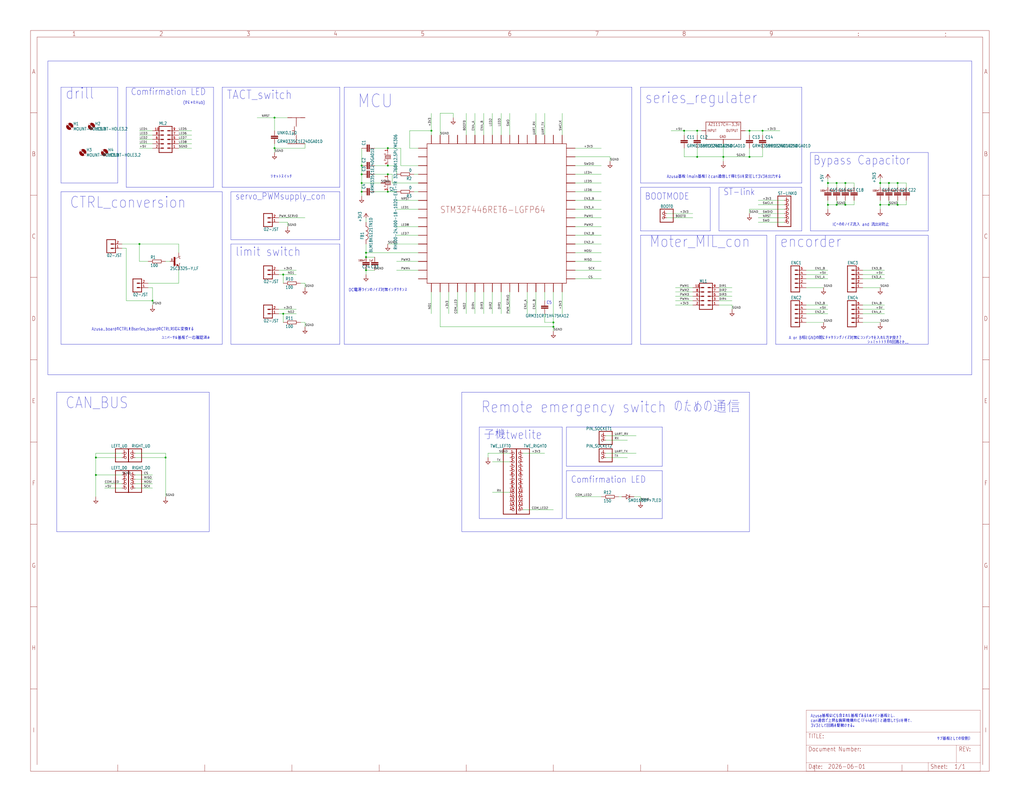
<source format=kicad_sch>
(kicad_sch (version 20230121) (generator eeschema)
  (paper "User" 596.9 469.951)
  (junction (at 492.76 106.68))
  (junction (at 444.5 76.2))
  (junction (at 513.08 119.38))
  (junction (at 55.88 276.86))
  (junction (at 165.1 182.88))
  (junction (at 213.36 149.86))
  (junction (at 210.82 101.6))
  (junction (at 406.4 76.2))
  (junction (at 398.78 76.2))
  (junction (at 88.9 175.26))
  (junction (at 421.64 91.44))
  (junction (at 210.82 111.76))
  (junction (at 513.08 106.68))
  (junction (at 226.06 111.76))
  (junction (at 487.68 106.68))
  (junction (at 523.24 119.38))
  (junction (at 226.06 101.6))
  (junction (at 210.82 106.68))
  (junction (at 436.88 91.44))
  (junction (at 406.4 91.44))
  (junction (at 165.1 160.02))
  (junction (at 226.06 96.52))
  (junction (at 213.36 147.32))
  (junction (at 487.68 119.38))
  (junction (at 81.28 142.24))
  (junction (at 482.6 106.68))
  (junction (at 322.58 190.5))
  (junction (at 518.16 106.68))
  (junction (at 210.82 96.52))
  (junction (at 322.58 187.96))
  (junction (at 160.02 68.58))
  (junction (at 518.16 119.38))
  (junction (at 96.52 266.7))
  (junction (at 213.36 157.48))
  (junction (at 436.88 76.2))
  (junction (at 482.6 119.38))
  (junction (at 160.02 86.36))
  (junction (at 251.46 76.2))
  (junction (at 226.06 86.36))
  (junction (at 55.88 266.7))
  (junction (at 523.24 106.68))
  (junction (at 492.76 119.38))
  (polyline (pts (xy 467.36 109.22) (xy 419.1 109.22)) (stroke (width 0.1524) (type solid)))
  (wire (pts (xy 292.1 170.18) (xy 292.1 182.88)) (stroke (width 0.1524)))
  (polyline (pts (xy 566.42 218.44) (xy 566.42 35.56)) (stroke (width 0.1524) (type solid)))
  (polyline (pts (xy 27.94 218.44) (xy 566.42 218.44)) (stroke (width 0.1524) (type solid)))
  (polyline (pts (xy 27.94 35.56) (xy 27.94 218.44)) (stroke (width 0.1524) (type solid)))
  (wire (pts (xy 226.06 111.76) (xy 218.44 111.76)) (stroke (width 0.1524)))
  (wire (pts (xy 167.65 68.58) (xy 160.02 68.58)) (stroke (width 0.1524)))
  (wire (pts (xy 419.1 170.18) (xy 426.72 170.18)) (stroke (width 0.1524)))
  (polyline (pts (xy 541.02 137.16) (xy 541.02 200.66)) (stroke (width 0.1524) (type solid)))
  (wire (pts (xy 226.06 86.36) (xy 218.44 86.36)) (stroke (width 0.1524)))
  (polyline (pts (xy 467.36 50.8) (xy 373.38 50.8)) (stroke (width 0.1524) (type solid)))
  (wire (pts (xy 502.92 160.02) (xy 515.62 160.02)) (stroke (width 0.1524)))
  (wire (pts (xy 86.36 152.4) (xy 81.28 152.4)) (stroke (width 0.1524)))
  (wire (pts (xy 243.84 137.16) (xy 231.14 137.16)) (stroke (width 0.1524)))
  (wire (pts (xy 327.66 170.18) (xy 327.66 182.88)) (stroke (width 0.1524)))
  (polyline (pts (xy 436.88 309.88) (xy 269.24 309.88)) (stroke (width 0.1524) (type solid)))
  (wire (pts (xy 335.28 132.08) (xy 350.52 132.08)) (stroke (width 0.1524)))
  (wire (pts (xy 88.9 83.82) (xy 81.28 83.82)) (stroke (width 0.1524)))
  (wire (pts (xy 281.94 78.74) (xy 281.94 66.04)) (stroke (width 0.1524)))
  (wire (pts (xy 231.14 96.52) (xy 231.14 101.6)) (stroke (width 0.1524)))
  (wire (pts (xy 469.9 160.02) (xy 482.6 160.02)) (stroke (width 0.1524)))
  (wire (pts (xy 492.76 116.84) (xy 492.76 119.38)) (stroke (width 0.1524)))
  (wire (pts (xy 104.14 81.28) (xy 111.76 81.28)) (stroke (width 0.1524)))
  (wire (pts (xy 528.32 106.68) (xy 528.32 109.22)) (stroke (width 0.1524)))
  (wire (pts (xy 482.6 119.38) (xy 482.6 121.92)) (stroke (width 0.1524)))
  (wire (pts (xy 88.9 167.64) (xy 88.9 175.26)) (stroke (width 0.1524)))
  (polyline (pts (xy 269.24 309.88) (xy 269.24 228.6)) (stroke (width 0.1524) (type solid)))
  (wire (pts (xy 251.46 170.18) (xy 251.46 182.88)) (stroke (width 0.1524)))
  (wire (pts (xy 335.28 111.76) (xy 350.52 111.76)) (stroke (width 0.1524)))
  (wire (pts (xy 317.5 187.96) (xy 322.58 187.96)) (stroke (width 0.1524)))
  (polyline (pts (xy 129.54 50.8) (xy 129.54 109.22)) (stroke (width 0.1524) (type solid)))
  (wire (pts (xy 335.28 152.4) (xy 350.52 152.4)) (stroke (width 0.1524)))
  (wire (pts (xy 160.02 83.82) (xy 160.02 86.36)) (stroke (width 0.1524)))
  (wire (pts (xy 228.6 101.6) (xy 226.06 101.6)) (stroke (width 0.1524)))
  (wire (pts (xy 388.62 127) (xy 403.86 127)) (stroke (width 0.1524)))
  (wire (pts (xy 292.1 78.74) (xy 292.1 66.04)) (stroke (width 0.1524)))
  (wire (pts (xy 104.14 78.74) (xy 111.76 78.74)) (stroke (width 0.1524)))
  (wire (pts (xy 104.14 147.32) (xy 104.14 142.24)) (stroke (width 0.1524)))
  (wire (pts (xy 457.2 124.46) (xy 441.96 124.46)) (stroke (width 0.1524)))
  (wire (pts (xy 78.74 264.16) (xy 96.52 264.16)) (stroke (width 0.1524)))
  (wire (pts (xy 251.46 76.2) (xy 251.46 66.04)) (stroke (width 0.1524)))
  (polyline (pts (xy 452.12 137.16) (xy 541.02 137.16)) (stroke (width 0.1524) (type solid)))
  (wire (pts (xy 81.28 152.4) (xy 81.28 142.24)) (stroke (width 0.1524)))
  (polyline (pts (xy 472.44 88.9) (xy 472.44 134.62)) (stroke (width 0.1524) (type solid)))
  (wire (pts (xy 469.9 177.8) (xy 482.6 177.8)) (stroke (width 0.1524)))
  (wire (pts (xy 213.36 149.86) (xy 213.36 147.32)) (stroke (width 0.1524)))
  (wire (pts (xy 307.34 170.18) (xy 307.34 182.88)) (stroke (width 0.1524)))
  (wire (pts (xy 104.14 83.82) (xy 111.76 83.82)) (stroke (width 0.1524)))
  (wire (pts (xy 492.76 106.68) (xy 492.76 109.22)) (stroke (width 0.1524)))
  (wire (pts (xy 162.56 129.54) (xy 167.64 129.54)) (stroke (width 0.1524)))
  (wire (pts (xy 88.9 175.26) (xy 73.66 175.26)) (stroke (width 0.1524)))
  (wire (pts (xy 513.08 119.38) (xy 518.16 119.38)) (stroke (width 0.1524)))
  (polyline (pts (xy 419.1 134.62) (xy 467.36 134.62)) (stroke (width 0.1524) (type solid)))
  (wire (pts (xy 88.9 86.36) (xy 81.28 86.36)) (stroke (width 0.1524)))
  (wire (pts (xy 335.28 86.36) (xy 350.52 86.36)) (stroke (width 0.1524)))
  (wire (pts (xy 210.82 106.68) (xy 210.82 111.76)) (stroke (width 0.1524)))
  (wire (pts (xy 71.12 264.16) (xy 55.88 264.16)) (stroke (width 0.1524)))
  (wire (pts (xy 165.1 182.88) (xy 165.1 187.96)) (stroke (width 0.1524)))
  (polyline (pts (xy 467.36 134.62) (xy 467.36 109.22)) (stroke (width 0.1524) (type solid)))
  (wire (pts (xy 71.12 142.24) (xy 81.28 142.24)) (stroke (width 0.1524)))
  (wire (pts (xy 210.82 111.76) (xy 210.82 114.3)) (stroke (width 0.1524)))
  (wire (pts (xy 398.78 76.2) (xy 391.16 76.2)) (stroke (width 0.1524)))
  (wire (pts (xy 243.84 121.92) (xy 231.14 121.92)) (stroke (width 0.1524)))
  (wire (pts (xy 403.86 172.72) (xy 393.7 172.72)) (stroke (width 0.1524)))
  (polyline (pts (xy 124.46 50.8) (xy 73.66 50.8)) (stroke (width 0.1524) (type solid)))
  (polyline (pts (xy 414.02 109.22) (xy 414.02 134.62)) (stroke (width 0.1524) (type solid)))
  (wire (pts (xy 419.1 177.8) (xy 426.72 177.8)) (stroke (width 0.1524)))
  (wire (pts (xy 312.42 170.18) (xy 312.42 182.88)) (stroke (width 0.1524)))
  (polyline (pts (xy 452.12 200.66) (xy 541.02 200.66)) (stroke (width 0.1524) (type solid)))
  (wire (pts (xy 502.92 177.8) (xy 515.62 177.8)) (stroke (width 0.1524)))
  (wire (pts (xy 518.16 106.68) (xy 523.24 106.68)) (stroke (width 0.1524)))
  (wire (pts (xy 256.54 190.5) (xy 256.54 170.18)) (stroke (width 0.1524)))
  (polyline (pts (xy 124.46 109.22) (xy 124.46 50.8)) (stroke (width 0.1524) (type solid)))
  (wire (pts (xy 513.08 121.92) (xy 513.08 119.38)) (stroke (width 0.1524)))
  (wire (pts (xy 335.28 116.84) (xy 350.52 116.84)) (stroke (width 0.1524)))
  (wire (pts (xy 165.1 160.02) (xy 172.72 160.02)) (stroke (width 0.1524)))
  (wire (pts (xy 71.12 266.7) (xy 55.88 266.7)) (stroke (width 0.1524)))
  (wire (pts (xy 218.44 101.6) (xy 226.06 101.6)) (stroke (width 0.1524)))
  (wire (pts (xy 487.68 106.68) (xy 482.6 106.68)) (stroke (width 0.1524)))
  (wire (pts (xy 317.5 78.74) (xy 317.5 66.04)) (stroke (width 0.1524)))
  (polyline (pts (xy 373.38 200.66) (xy 373.38 137.16)) (stroke (width 0.1524) (type solid)))
  (polyline (pts (xy 198.12 111.76) (xy 198.12 139.7)) (stroke (width 0.1524) (type solid)))
  (wire (pts (xy 256.54 78.74) (xy 256.54 66.04)) (stroke (width 0.1524)))
  (wire (pts (xy 78.74 284.48) (xy 88.9 284.48)) (stroke (width 0.1524)))
  (wire (pts (xy 104.14 165.1) (xy 86.36 165.1)) (stroke (width 0.1524)))
  (wire (pts (xy 243.84 157.48) (xy 231.14 157.48)) (stroke (width 0.1524)))
  (wire (pts (xy 304.8 264.16) (xy 317.5 264.16)) (stroke (width 0.1524)))
  (wire (pts (xy 78.74 281.94) (xy 88.9 281.94)) (stroke (width 0.1524)))
  (polyline (pts (xy 541.02 88.9) (xy 472.44 88.9)) (stroke (width 0.1524) (type solid)))
  (wire (pts (xy 218.44 96.52) (xy 226.06 96.52)) (stroke (width 0.1524)))
  (wire (pts (xy 487.68 109.22) (xy 487.68 106.68)) (stroke (width 0.1524)))
  (wire (pts (xy 96.52 152.4) (xy 99.06 152.4)) (stroke (width 0.1524)))
  (wire (pts (xy 231.14 111.76) (xy 226.06 111.76)) (stroke (width 0.1524)))
  (wire (pts (xy 487.68 106.68) (xy 492.76 106.68)) (stroke (width 0.1524)))
  (polyline (pts (xy 330.2 274.32) (xy 386.08 274.32)) (stroke (width 0.1524) (type solid)))
  (wire (pts (xy 261.62 170.18) (xy 261.62 182.88)) (stroke (width 0.1524)))
  (wire (pts (xy 353.06 256.54) (xy 365.76 256.54)) (stroke (width 0.1524)))
  (wire (pts (xy 335.28 142.24) (xy 350.52 142.24)) (stroke (width 0.1524)))
  (polyline (pts (xy 129.54 111.76) (xy 129.54 200.66)) (stroke (width 0.1524) (type solid)))
  (wire (pts (xy 335.28 91.44) (xy 355.6 91.44)) (stroke (width 0.1524)))
  (wire (pts (xy 398.78 91.44) (xy 406.4 91.44)) (stroke (width 0.1524)))
  (polyline (pts (xy 200.66 50.8) (xy 200.66 200.66)) (stroke (width 0.1524) (type solid)))
  (polyline (pts (xy 33.02 309.88) (xy 121.92 309.88)) (stroke (width 0.1524) (type solid)))
  (wire (pts (xy 482.6 104.14) (xy 482.6 106.68)) (stroke (width 0.1524)))
  (polyline (pts (xy 134.62 200.66) (xy 134.62 142.24)) (stroke (width 0.1524) (type solid)))
  (wire (pts (xy 256.54 66.04) (xy 264.16 66.04)) (stroke (width 0.1524)))
  (wire (pts (xy 160.02 86.36) (xy 160.02 88.9)) (stroke (width 0.1524)))
  (wire (pts (xy 350.52 289.56) (xy 335.28 289.56)) (stroke (width 0.1524)))
  (wire (pts (xy 444.5 78.74) (xy 444.5 76.2)) (stroke (width 0.1524)))
  (wire (pts (xy 284.48 264.16) (xy 284.48 266.7)) (stroke (width 0.1524)))
  (wire (pts (xy 210.82 86.36) (xy 210.82 96.52)) (stroke (width 0.1524)))
  (wire (pts (xy 88.9 81.28) (xy 81.28 81.28)) (stroke (width 0.1524)))
  (polyline (pts (xy 35.56 200.66) (xy 35.56 111.76)) (stroke (width 0.1524) (type solid)))
  (wire (pts (xy 228.6 106.68) (xy 243.84 106.68)) (stroke (width 0.1524)))
  (wire (pts (xy 175.26 165.1) (xy 177.8 165.1)) (stroke (width 0.1524)))
  (wire (pts (xy 221.996 106.68) (xy 210.82 106.68)) (stroke (width 0.1524)))
  (wire (pts (xy 497.84 119.38) (xy 492.76 119.38)) (stroke (width 0.1524)))
  (wire (pts (xy 436.88 121.92) (xy 457.2 121.92)) (stroke (width 0.1524)))
  (polyline (pts (xy 386.08 248.92) (xy 330.2 248.92)) (stroke (width 0.1524) (type solid)))
  (polyline (pts (xy 373.38 106.68) (xy 467.36 106.68)) (stroke (width 0.1524) (type solid)))
  (wire (pts (xy 162.56 182.88) (xy 165.1 182.88)) (stroke (width 0.1524)))
  (wire (pts (xy 360.68 289.56) (xy 362.458 289.56)) (stroke (width 0.1524)))
  (wire (pts (xy 492.76 119.38) (xy 487.68 119.38)) (stroke (width 0.1524)))
  (wire (pts (xy 177.8 187.96) (xy 177.8 190.5)) (stroke (width 0.1524)))
  (polyline (pts (xy 73.66 50.8) (xy 73.66 109.22)) (stroke (width 0.1524) (type solid)))
  (polyline (pts (xy 566.42 35.56) (xy 27.94 35.56)) (stroke (width 0.1524) (type solid)))
  (wire (pts (xy 233.68 86.36) (xy 226.06 86.36)) (stroke (width 0.1524)))
  (wire (pts (xy 297.18 78.74) (xy 297.18 66.04)) (stroke (width 0.1524)))
  (wire (pts (xy 251.46 78.74) (xy 251.46 76.2)) (stroke (width 0.1524)))
  (wire (pts (xy 165.1 160.02) (xy 165.1 165.1)) (stroke (width 0.1524)))
  (polyline (pts (xy 452.12 200.66) (xy 452.12 137.16)) (stroke (width 0.1524) (type solid)))
  (wire (pts (xy 421.64 91.44) (xy 421.64 93.98)) (stroke (width 0.1524)))
  (wire (pts (xy 297.18 287.02) (xy 287.02 287.02)) (stroke (width 0.1524)))
  (wire (pts (xy 335.28 127) (xy 350.52 127)) (stroke (width 0.1524)))
  (wire (pts (xy 162.56 127) (xy 177.8 127)) (stroke (width 0.1524)))
  (wire (pts (xy 162.56 157.48) (xy 172.72 157.48)) (stroke (width 0.1524)))
  (wire (pts (xy 297.18 269.24) (xy 287.02 269.24)) (stroke (width 0.1524)))
  (wire (pts (xy 297.18 170.18) (xy 297.18 182.88)) (stroke (width 0.1524)))
  (polyline (pts (xy 68.58 50.8) (xy 68.58 106.68)) (stroke (width 0.1524) (type solid)))
  (wire (pts (xy 266.7 170.18) (xy 266.7 182.88)) (stroke (width 0.1524)))
  (wire (pts (xy 88.9 78.74) (xy 81.28 78.74)) (stroke (width 0.1524)))
  (polyline (pts (xy 472.44 134.62) (xy 541.02 134.62)) (stroke (width 0.1524) (type solid)))
  (polyline (pts (xy 198.12 139.7) (xy 134.62 139.7)) (stroke (width 0.1524) (type solid)))
  (wire (pts (xy 502.92 157.48) (xy 515.62 157.48)) (stroke (width 0.1524)))
  (wire (pts (xy 165.1 182.88) (xy 172.72 182.88)) (stroke (width 0.1524)))
  (polyline (pts (xy 134.62 139.7) (xy 134.62 111.76)) (stroke (width 0.1524) (type solid)))
  (polyline (pts (xy 330.2 271.78) (xy 386.08 271.78)) (stroke (width 0.1524) (type solid)))
  (wire (pts (xy 513.08 109.22) (xy 513.08 106.68)) (stroke (width 0.1524)))
  (wire (pts (xy 406.4 76.2) (xy 398.78 76.2)) (stroke (width 0.1524)))
  (wire (pts (xy 71.12 281.94) (xy 60.96 281.94)) (stroke (width 0.1524)))
  (polyline (pts (xy 368.3 50.8) (xy 200.66 50.8)) (stroke (width 0.1524) (type solid)))
  (wire (pts (xy 160.02 68.58) (xy 149.86 68.58)) (stroke (width 0.1524)))
  (wire (pts (xy 78.74 266.7) (xy 96.52 266.7)) (stroke (width 0.1524)))
  (wire (pts (xy 238.76 86.36) (xy 238.76 76.2)) (stroke (width 0.1524)))
  (wire (pts (xy 276.86 170.18) (xy 276.86 182.88)) (stroke (width 0.1524)))
  (wire (pts (xy 335.28 96.52) (xy 350.52 96.52)) (stroke (width 0.1524)))
  (wire (pts (xy 419.1 175.26) (xy 426.72 175.26)) (stroke (width 0.1524)))
  (wire (pts (xy 327.66 78.74) (xy 327.66 66.04)) (stroke (width 0.1524)))
  (wire (pts (xy 441.96 116.84) (xy 457.2 116.84)) (stroke (width 0.1524)))
  (polyline (pts (xy 121.92 309.88) (xy 121.92 228.6)) (stroke (width 0.1524) (type solid)))
  (wire (pts (xy 335.28 101.6) (xy 350.52 101.6)) (stroke (width 0.1524)))
  (wire (pts (xy 492.76 106.68) (xy 497.84 106.68)) (stroke (width 0.1524)))
  (wire (pts (xy 271.78 78.74) (xy 271.78 66.04)) (stroke (width 0.1524)))
  (wire (pts (xy 317.5 182.88) (xy 317.5 187.96)) (stroke (width 0.1524)))
  (wire (pts (xy 177.8 83.83) (xy 177.8 86.36)) (stroke (width 0.1524)))
  (wire (pts (xy 373.38 289.56) (xy 373.38 292.1)) (stroke (width 0.1524)))
  (wire (pts (xy 162.56 180.34) (xy 172.72 180.34)) (stroke (width 0.1524)))
  (polyline (pts (xy 35.56 111.76) (xy 129.54 111.76)) (stroke (width 0.1524) (type solid)))
  (wire (pts (xy 436.88 91.44) (xy 436.88 86.36)) (stroke (width 0.1524)))
  (wire (pts (xy 403.86 177.8) (xy 393.7 177.8)) (stroke (width 0.1524)))
  (wire (pts (xy 469.9 167.64) (xy 480.06 167.64)) (stroke (width 0.1524)))
  (wire (pts (xy 71.12 144.78) (xy 73.66 144.78)) (stroke (width 0.1524)))
  (wire (pts (xy 210.82 96.52) (xy 210.82 101.6)) (stroke (width 0.1524)))
  (polyline (pts (xy 73.66 109.22) (xy 124.46 109.22)) (stroke (width 0.1524) (type solid)))
  (wire (pts (xy 502.92 167.64) (xy 513.08 167.64)) (stroke (width 0.1524)))
  (wire (pts (xy 78.74 279.4) (xy 88.9 279.4)) (stroke (width 0.1524)))
  (wire (pts (xy 502.92 162.56) (xy 515.62 162.56)) (stroke (width 0.1524)))
  (polyline (pts (xy 373.38 109.22) (xy 414.02 109.22)) (stroke (width 0.1524) (type solid)))
  (polyline (pts (xy 436.88 228.6) (xy 436.88 309.88)) (stroke (width 0.1524) (type solid)))
  (wire (pts (xy 210.82 101.6) (xy 210.82 106.68)) (stroke (width 0.1524)))
  (polyline (pts (xy 129.54 109.22) (xy 198.12 109.22)) (stroke (width 0.1524) (type solid)))
  (wire (pts (xy 518.16 119.38) (xy 523.24 119.38)) (stroke (width 0.1524)))
  (wire (pts (xy 322.58 170.18) (xy 322.58 187.96)) (stroke (width 0.1524)))
  (wire (pts (xy 218.44 149.86) (xy 213.36 149.86)) (stroke (width 0.1524)))
  (wire (pts (xy 81.28 142.24) (xy 104.14 142.24)) (stroke (width 0.1524)))
  (wire (pts (xy 104.14 157.48) (xy 104.14 165.1)) (stroke (width 0.1524)))
  (wire (pts (xy 523.24 119.38) (xy 528.32 119.38)) (stroke (width 0.1524)))
  (wire (pts (xy 502.92 180.34) (xy 515.62 180.34)) (stroke (width 0.1524)))
  (polyline (pts (xy 330.2 248.92) (xy 330.2 271.78)) (stroke (width 0.1524) (type solid)))
  (wire (pts (xy 322.58 187.96) (xy 322.58 190.5)) (stroke (width 0.1524)))
  (wire (pts (xy 162.56 160.02) (xy 165.1 160.02)) (stroke (width 0.1524)))
  (wire (pts (xy 73.66 175.26) (xy 73.66 144.78)) (stroke (width 0.1524)))
  (polyline (pts (xy 198.12 50.8) (xy 129.54 50.8)) (stroke (width 0.1524) (type solid)))
  (wire (pts (xy 469.9 182.88) (xy 482.6 182.88)) (stroke (width 0.1524)))
  (wire (pts (xy 403.86 175.26) (xy 393.7 175.26)) (stroke (width 0.1524)))
  (wire (pts (xy 421.64 91.44) (xy 436.88 91.44)) (stroke (width 0.1524)))
  (wire (pts (xy 436.88 78.74) (xy 436.88 76.2)) (stroke (width 0.1524)))
  (polyline (pts (xy 330.2 302.26) (xy 330.2 274.32)) (stroke (width 0.1524) (type solid)))
  (polyline (pts (xy 35.56 50.8) (xy 68.58 50.8)) (stroke (width 0.1524) (type solid)))
  (wire (pts (xy 444.5 91.44) (xy 444.5 86.36)) (stroke (width 0.1524)))
  (wire (pts (xy 233.68 96.52) (xy 243.84 96.52)) (stroke (width 0.1524)))
  (wire (pts (xy 213.36 157.48) (xy 218.44 157.48)) (stroke (width 0.1524)))
  (wire (pts (xy 104.14 76.2) (xy 111.76 76.2)) (stroke (width 0.1524)))
  (wire (pts (xy 523.24 119.38) (xy 523.24 116.84)) (stroke (width 0.1524)))
  (wire (pts (xy 353.06 266.7) (xy 365.76 266.7)) (stroke (width 0.1524)))
  (wire (pts (xy 335.28 137.16) (xy 350.52 137.16)) (stroke (width 0.1524)))
  (wire (pts (xy 243.84 152.4) (xy 231.14 152.4)) (stroke (width 0.1524)))
  (polyline (pts (xy 279.4 302.26) (xy 327.66 302.26)) (stroke (width 0.1524) (type solid)))
  (wire (pts (xy 226.06 96.52) (xy 231.14 96.52)) (stroke (width 0.1524)))
  (wire (pts (xy 335.28 106.68) (xy 350.52 106.68)) (stroke (width 0.1524)))
  (wire (pts (xy 388.62 124.46) (xy 403.86 124.46)) (stroke (width 0.1524)))
  (wire (pts (xy 96.52 266.7) (xy 96.52 289.56)) (stroke (width 0.1524)))
  (wire (pts (xy 408.94 76.2) (xy 406.4 76.2)) (stroke (width 0.1524)))
  (wire (pts (xy 353.06 264.16) (xy 370.84 264.16)) (stroke (width 0.1524)))
  (wire (pts (xy 469.9 162.56) (xy 482.6 162.56)) (stroke (width 0.1524)))
  (wire (pts (xy 457.2 127) (xy 441.96 127)) (stroke (width 0.1524)))
  (wire (pts (xy 436.88 76.2) (xy 444.5 76.2)) (stroke (width 0.1524)))
  (wire (pts (xy 523.24 106.68) (xy 528.32 106.68)) (stroke (width 0.1524)))
  (wire (pts (xy 78.74 276.86) (xy 88.9 276.86)) (stroke (width 0.1524)))
  (polyline (pts (xy 447.04 200.66) (xy 373.38 200.66)) (stroke (width 0.1524) (type solid)))
  (wire (pts (xy 469.9 157.48) (xy 482.6 157.48)) (stroke (width 0.1524)))
  (polyline (pts (xy 386.08 274.32) (xy 386.08 302.26)) (stroke (width 0.1524) (type solid)))
  (wire (pts (xy 335.28 157.48) (xy 350.52 157.48)) (stroke (width 0.1524)))
  (wire (pts (xy 513.08 106.68) (xy 518.16 106.68)) (stroke (width 0.1524)))
  (wire (pts (xy 175.26 187.96) (xy 177.8 187.96)) (stroke (width 0.1524)))
  (polyline (pts (xy 327.66 302.26) (xy 327.66 248.92)) (stroke (width 0.1524) (type solid)))
  (wire (pts (xy 436.88 91.44) (xy 444.5 91.44)) (stroke (width 0.1524)))
  (wire (pts (xy 482.6 116.84) (xy 482.6 119.38)) (stroke (width 0.1524)))
  (wire (pts (xy 177.8 86.36) (xy 160.02 86.36)) (stroke (width 0.1524)))
  (wire (pts (xy 276.86 78.74) (xy 276.86 66.04)) (stroke (width 0.1524)))
  (wire (pts (xy 335.28 147.32) (xy 350.52 147.32)) (stroke (width 0.1524)))
  (wire (pts (xy 55.88 266.7) (xy 55.88 276.86)) (stroke (width 0.1524)))
  (polyline (pts (xy 269.24 228.6) (xy 436.88 228.6)) (stroke (width 0.1524) (type solid)))
  (wire (pts (xy 55.88 264.16) (xy 55.88 266.7)) (stroke (width 0.1524)))
  (polyline (pts (xy 198.12 109.22) (xy 198.12 50.8)) (stroke (width 0.1524) (type solid)))
  (wire (pts (xy 104.14 86.36) (xy 111.76 86.36)) (stroke (width 0.1524)))
  (wire (pts (xy 497.84 106.68) (xy 497.84 109.22)) (stroke (width 0.1524)))
  (wire (pts (xy 487.68 116.84) (xy 487.68 119.38)) (stroke (width 0.1524)))
  (wire (pts (xy 241.3 101.6) (xy 243.84 101.6)) (stroke (width 0.1524)))
  (wire (pts (xy 482.6 106.68) (xy 482.6 109.22)) (stroke (width 0.1524)))
  (wire (pts (xy 421.64 83.82) (xy 421.64 91.44)) (stroke (width 0.1524)))
  (polyline (pts (xy 198.12 142.24) (xy 198.12 200.66)) (stroke (width 0.1524) (type solid)))
  (wire (pts (xy 369.57 289.56) (xy 373.38 289.56)) (stroke (width 0.1524)))
  (wire (pts (xy 457.2 129.54) (xy 441.96 129.54)) (stroke (width 0.1524)))
  (wire (pts (xy 177.8 165.1) (xy 177.8 167.64)) (stroke (width 0.1524)))
  (polyline (pts (xy 68.58 106.68) (xy 35.56 106.68)) (stroke (width 0.1524) (type solid)))
  (polyline (pts (xy 35.56 106.68) (xy 35.56 50.8)) (stroke (width 0.1524) (type solid)))
  (wire (pts (xy 406.4 91.44) (xy 421.64 91.44)) (stroke (width 0.1524)))
  (wire (pts (xy 88.9 76.2) (xy 81.28 76.2)) (stroke (width 0.1524)))
  (polyline (pts (xy 373.38 134.62) (xy 373.38 109.22)) (stroke (width 0.1524) (type solid)))
  (polyline (pts (xy 134.62 142.24) (xy 198.12 142.24)) (stroke (width 0.1524) (type solid)))
  (wire (pts (xy 434.34 76.2) (xy 436.88 76.2)) (stroke (width 0.1524)))
  (wire (pts (xy 469.9 180.34) (xy 482.6 180.34)) (stroke (width 0.1524)))
  (wire (pts (xy 457.2 119.38) (xy 441.96 119.38)) (stroke (width 0.1524)))
  (wire (pts (xy 243.84 147.32) (xy 213.36 147.32)) (stroke (width 0.1524)))
  (wire (pts (xy 233.68 96.52) (xy 233.68 86.36)) (stroke (width 0.1524)))
  (wire (pts (xy 403.86 167.64) (xy 393.7 167.64)) (stroke (width 0.1524)))
  (wire (pts (xy 322.58 190.5) (xy 256.54 190.5)) (stroke (width 0.1524)))
  (wire (pts (xy 287.02 170.18) (xy 287.02 182.88)) (stroke (width 0.1524)))
  (wire (pts (xy 213.36 147.32) (xy 213.36 142.24)) (stroke (width 0.1524)))
  (wire (pts (xy 297.18 264.16) (xy 284.48 264.16)) (stroke (width 0.1524)))
  (wire (pts (xy 55.88 276.86) (xy 55.88 289.56)) (stroke (width 0.1524)))
  (wire (pts (xy 86.36 167.64) (xy 88.9 167.64)) (stroke (width 0.1524)))
  (wire (pts (xy 406.4 78.74) (xy 406.4 76.2)) (stroke (width 0.1524)))
  (wire (pts (xy 322.58 190.5) (xy 322.58 193.04)) (stroke (width 0.1524)))
  (polyline (pts (xy 467.36 106.68) (xy 467.36 50.8)) (stroke (width 0.1524) (type solid)))
  (polyline (pts (xy 386.08 302.26) (xy 330.2 302.26)) (stroke (width 0.1524) (type solid)))
  (polyline (pts (xy 121.92 228.6) (xy 33.02 228.6)) (stroke (width 0.1524) (type solid)))
  (wire (pts (xy 243.84 116.84) (xy 231.14 116.84)) (stroke (width 0.1524)))
  (wire (pts (xy 444.5 76.2) (xy 454.66 76.2)) (stroke (width 0.1524)))
  (polyline (pts (xy 134.62 111.76) (xy 198.12 111.76)) (stroke (width 0.1524) (type solid)))
  (polyline (pts (xy 541.02 134.62) (xy 541.02 88.9)) (stroke (width 0.1524) (type solid)))
  (wire (pts (xy 243.84 132.08) (xy 231.14 132.08)) (stroke (width 0.1524)))
  (wire (pts (xy 241.3 111.76) (xy 243.84 111.76)) (stroke (width 0.1524)))
  (wire (pts (xy 243.84 86.36) (xy 238.76 86.36)) (stroke (width 0.1524)))
  (polyline (pts (xy 33.02 228.6) (xy 33.02 309.88)) (stroke (width 0.1524) (type solid)))
  (wire (pts (xy 355.6 91.44) (xy 355.6 93.98)) (stroke (width 0.1524)))
  (wire (pts (xy 335.28 162.56) (xy 350.52 162.56)) (stroke (width 0.1524)))
  (wire (pts (xy 419.1 172.72) (xy 426.72 172.72)) (stroke (width 0.1524)))
  (polyline (pts (xy 198.12 200.66) (xy 134.62 200.66)) (stroke (width 0.1524) (type solid)))
  (wire (pts (xy 497.84 116.84) (xy 497.84 119.38)) (stroke (width 0.1524)))
  (wire (pts (xy 167.64 129.54) (xy 167.64 132.08)) (stroke (width 0.1524)))
  (wire (pts (xy 419.1 167.64) (xy 426.72 167.64)) (stroke (width 0.1524)))
  (wire (pts (xy 487.68 119.38) (xy 482.6 119.38)) (stroke (width 0.1524)))
  (wire (pts (xy 518.16 116.84) (xy 518.16 119.38)) (stroke (width 0.1524)))
  (wire (pts (xy 523.24 106.68) (xy 523.24 109.22)) (stroke (width 0.1524)))
  (wire (pts (xy 469.9 187.96) (xy 480.06 187.96)) (stroke (width 0.1524)))
  (wire (pts (xy 398.78 86.36) (xy 398.78 91.44)) (stroke (width 0.1524)))
  (polyline (pts (xy 373.38 50.8) (xy 373.38 106.68)) (stroke (width 0.1524) (type solid)))
  (wire (pts (xy 71.12 276.86) (xy 55.88 276.86)) (stroke (width 0.1524)))
  (polyline (pts (xy 414.02 134.62) (xy 373.38 134.62)) (stroke (width 0.1524) (type solid)))
  (wire (pts (xy 213.36 160.02) (xy 213.36 157.48)) (stroke (width 0.1524)))
  (wire (pts (xy 312.42 78.74) (xy 312.42 66.04)) (stroke (width 0.1524)))
  (wire (pts (xy 426.72 180.34) (xy 426.72 177.8)) (stroke (width 0.1524)))
  (polyline (pts (xy 279.4 248.92) (xy 279.4 302.26)) (stroke (width 0.1524) (type solid)))
  (wire (pts (xy 406.4 91.44) (xy 406.4 86.36)) (stroke (width 0.1524)))
  (polyline (pts (xy 200.66 200.66) (xy 368.3 200.66)) (stroke (width 0.1524) (type solid)))
  (wire (pts (xy 513.08 104.14) (xy 513.08 106.68)) (stroke (width 0.1524)))
  (wire (pts (xy 502.92 187.96) (xy 513.08 187.96)) (stroke (width 0.1524)))
  (polyline (pts (xy 386.08 271.78) (xy 386.08 248.92)) (stroke (width 0.1524) (type solid)))
  (wire (pts (xy 228.6 106.68) (xy 228.6 101.6)) (stroke (width 0.1524)))
  (wire (pts (xy 398.78 78.74) (xy 398.78 76.2)) (stroke (width 0.1524)))
  (wire (pts (xy 403.86 170.18) (xy 393.7 170.18)) (stroke (width 0.1524)))
  (wire (pts (xy 502.92 182.88) (xy 515.62 182.88)) (stroke (width 0.1524)))
  (wire (pts (xy 243.84 142.24) (xy 226.06 142.24)) (stroke (width 0.1524)))
  (polyline (pts (xy 447.04 137.16) (xy 447.04 200.66)) (stroke (width 0.1524) (type solid)))
  (wire (pts (xy 271.78 170.18) (xy 271.78 182.88)) (stroke (width 0.1524)))
  (wire (pts (xy 513.08 116.84) (xy 513.08 119.38)) (stroke (width 0.1524)))
  (wire (pts (xy 287.02 78.74) (xy 287.02 66.04)) (stroke (width 0.1524)))
  (polyline (pts (xy 129.54 200.66) (xy 35.56 200.66)) (stroke (width 0.1524) (type solid)))
  (polyline (pts (xy 373.38 137.16) (xy 447.04 137.16)) (stroke (width 0.1524) (type solid)))
  (wire (pts (xy 335.28 121.92) (xy 350.52 121.92)) (stroke (width 0.1524)))
  (wire (pts (xy 264.16 66.04) (xy 264.16 68.58)) (stroke (width 0.1524)))
  (wire (pts (xy 304.8 297.18) (xy 322.58 297.18)) (stroke (width 0.1524)))
  (wire (pts (xy 436.88 124.46) (xy 436.88 121.92)) (stroke (width 0.1524)))
  (polyline (pts (xy 419.1 109.22) (xy 419.1 134.62)) (stroke (width 0.1524) (type solid)))
  (wire (pts (xy 317.5 170.18) (xy 317.5 175.26)) (stroke (width 0.1524)))
  (wire (pts (xy 353.06 254) (xy 370.84 254)) (stroke (width 0.1524)))
  (wire (pts (xy 238.76 76.2) (xy 251.46 76.2)) (stroke (width 0.1524)))
  (wire (pts (xy 213.36 127) (xy 213.36 129.54)) (stroke (width 0.1524)))
  (wire (pts (xy 177.77 83.83) (xy 177.8 83.83)) (stroke (width 0.1524)))
  (wire (pts (xy 71.12 284.48) (xy 60.96 284.48)) (stroke (width 0.1524)))
  (wire (pts (xy 281.94 170.18) (xy 281.94 182.88)) (stroke (width 0.1524)))
  (wire (pts (xy 88.9 175.26) (xy 88.9 177.8)) (stroke (width 0.1524)))
  (wire (pts (xy 96.52 264.16) (xy 96.52 266.7)) (stroke (width 0.1524)))
  (polyline (pts (xy 368.3 200.66) (xy 368.3 50.8)) (stroke (width 0.1524) (type solid)))
  (wire (pts (xy 160.02 68.58) (xy 160.02 76.2)) (stroke (width 0.1524)))
  (wire (pts (xy 518.16 109.22) (xy 518.16 106.68)) (stroke (width 0.1524)))
  (polyline (pts (xy 327.66 248.92) (xy 279.4 248.92)) (stroke (width 0.1524) (type solid)))
  (wire (pts (xy 528.32 119.38) (xy 528.32 116.84)) (stroke (width 0.1524)))
  (text "Azusa基板（main基板）とcan通信して得た5Vを変圧して3V3を出力する" (at 388.62 104.14 0) (effects (font (size 1.778 1.5113)) (justify left bottom)))
  (text "CAN_BUS" (at 38.1 238.76 0) (effects (font (size 6.4516 5.4838)) (justify left bottom)))
  (text "BOOTMODE" (at 375.92 116.84 0) (effects (font (size 3.81 3.2385)) (justify left bottom)))
  (text "ユニバーサル基板で一応確認済み" (at 93.98 198.12 0) (effects (font (size 1.778 1.5113)) (justify left bottom)))
  (text "DC電源ラインのノイズ対策インダクタンス" (at 203.2 170.18 0) (effects (font (size 1.778 1.5113)) (justify left bottom)))
  (text "series_regulater" (at 375.92 60.96 0) (effects (font (size 6.4516 5.4838)) (justify left bottom)))
  (text "limit switch" (at 137.16 149.86 0) (effects (font (size 5.08 4.318)) (justify left bottom)))
  (text "Remote emergency switch のための通信" (at 431.8 233.68 0) (effects (font (size 6.4516 5.4838)) (justify right top)))
  (text "子機twelite" (at 281.94 256.54 0) (effects (font (size 5.08 4.318)) (justify left bottom)))
  (text "リセットスイッチ" (at 157.48 104.14 0) (effects (font (size 1.778 1.5113)) (justify left bottom)))
  (text "encorder" (at 454.66 144.78 0) (effects (font (size 6.4516 5.4838)) (justify left bottom)))
  (text "CTRL_conversion" (at 40.64 121.92 0) (effects (font (size 6.4516 5.4838)) (justify left bottom)))
  (text "サブ基板としての役割）" (at 546.1 431.8 0) (effects (font (size 1.778 1.5113)) (justify left bottom)))
  (text "drill" (at 38.1 58.42 0) (effects (font (size 6.4516 5.4838)) (justify left bottom)))
  (text "Bypass Capacitor" (at 473.964 96.52 0) (effects (font (size 5.08 4.318)) (justify left bottom)))
  (text "TACT_switch" (at 132.08 58.42 0) (effects (font (size 5.08 4.318)) (justify left bottom)))
  (text "C5" (at 318.516 177.546 0) (effects (font (size 1.778 1.5113)) (justify left bottom)))
  (text "ST-link" (at 421.64 114.3 0) (effects (font (size 3.81 3.2385)) (justify left bottom)))
  (text "ICへののノイズ流入 and 流出を防止" (at 485.14 132.08 0) (effects (font (size 1.778 1.5113)) (justify left bottom)))
  (text "Azusa＿boardのCTRLをBseries_boardのCTRL対応に変換する" (at 53.34 193.04 0) (effects (font (size 1.778 1.5113)) (justify left bottom)))
  (text "Comfirmation LED" (at 332.74 281.94 0) (effects (font (size 3.81 3.2385)) (justify left bottom)))
  (text "Moter_MIL_con" (at 378.46 144.78 0) (effects (font (size 6.4516 5.4838)) (justify left bottom)))
  (text "servo_PWMsupply_con" (at 137.16 116.84 0) (effects (font (size 3.81 3.2385)) (justify left bottom)))
  (text "A or B相とGNDの間にチャタリングノイズ対策にコンデンサを入れた方が良き？" (at 459.74 198.12 0) (effects (font (size 1.778 1.5113)) (justify left bottom)))
  (text "Azusa基板はICも含まれた基板であるためメイン基板とし、\ncan通信で上昇＆摘果機構のIC（F446RE）と通信して５Vを得て、\n３V３として回路を駆動させる。" (at 472.44 424.18 0) (effects (font (size 1.778 1.5113)) (justify left bottom)))
  (text "MCU" (at 208.28 63.5 0) (effects (font (size 7.62 6.477)) (justify left bottom)))
  (text "シュミットトリガの回路とか..." (at 505.46 200.66 0) (effects (font (size 1.778 1.5113)) (justify left bottom)))
  (text "Comfirmation LED" (at 76.2 55.88 0) (effects (font (size 3.81 3.2385)) (justify left bottom)))
  (text "(ひにゃたHub)" (at 106.68 60.96 0) (effects (font (size 1.778 1.5113)) (justify left bottom)))
  (label "PWM1" (at 340.36 127 0) (effects (font (size 1.2446 1.2446))))
  (label "EN2_B" (at 474.98 177.8 0) (effects (font (size 1.2446 1.2446))))
  (label "SGND" (at 355.6 93.98 0) (effects (font (size 1.2446 1.2446))))
  (label "COM_LED" (at 266.7 182.88 90) (effects (font (size 1.2446 1.2446))))
  (label "+3V3" (at 396.24 124.46 0) (effects (font (size 1.2446 1.2446))))
  (label "PWM2" (at 340.36 132.08 0) (effects (font (size 1.2446 1.2446))))
  (label "LED4" (at 340.36 101.6 0) (effects (font (size 1.2446 1.2446))))
  (label "SGND" (at 218.44 157.48 0) (effects (font (size 1.2446 1.2446))))
  (label "+5V" (at 81.28 86.36 0) (effects (font (size 1.2446 1.2446))))
  (label "LED2" (at 287.02 73.66 90) (effects (font (size 1.2446 1.2446))))
  (label "EN4_A" (at 508 182.88 0) (effects (font (size 1.2446 1.2446))))
  (label "RX" (at 289.56 287.02 0) (effects (font (size 1.2446 1.2446))))
  (label "NO1" (at 167.64 160.02 0) (effects (font (size 1.2446 1.2446))))
  (label "EN1_B" (at 474.98 157.48 0) (effects (font (size 1.2446 1.2446))))
  (label "SGND" (at 167.64 132.08 0) (effects (font (size 1.2446 1.2446))))
  (label "+3V3" (at 327.66 180.34 90) (effects (font (size 1.2446 1.2446))))
  (label "NRST" (at 444.5 127 0) (effects (font (size 1.2446 1.2446))))
  (label "SGND" (at 71.12 276.86 0) (effects (font (size 1.2446 1.2446))))
  (label "SGND" (at 160.02 88.9 0) (effects (font (size 1.2446 1.2446))))
  (label "MOSI" (at 340.36 147.32 0) (effects (font (size 1.2446 1.2446))))
  (label "EN2_A" (at 474.98 182.88 0) (effects (font (size 1.2446 1.2446))))
  (label "NO2" (at 167.64 182.88 0) (effects (font (size 1.2446 1.2446))))
  (label "PGND" (at 88.9 177.8 0) (effects (font (size 1.2446 1.2446))))
  (label "EN4_B" (at 281.94 76.2 90) (effects (font (size 1.2446 1.2446))))
  (label "SWCLK" (at 327.66 76.2 90) (effects (font (size 1.2446 1.2446))))
  (label "+3V3" (at 165.1 180.34 0) (effects (font (size 1.2446 1.2446))))
  (label "DIR3" (at 419.1 172.72 0) (effects (font (size 1.2446 1.2446))))
  (label "SGND" (at 322.58 193.04 0) (effects (font (size 1.2446 1.2446))))
  (label "TX" (at 289.56 269.24 0) (effects (font (size 1.2446 1.2446))))
  (label "+3V3" (at 340.36 86.36 0) (effects (font (size 1.2446 1.2446))))
  (label "LED8" (at 233.68 132.08 0) (effects (font (size 1.2446 1.2446))))
  (label "DIR4" (at 419.1 175.26 0) (effects (font (size 1.2446 1.2446))))
  (label "NO2" (at 271.78 180.34 90) (effects (font (size 1.2446 1.2446))))
  (label "UART_RX" (at 358.14 254 0) (effects (font (size 1.2446 1.2446))))
  (label "LED3" (at 292.1 73.66 90) (effects (font (size 1.2446 1.2446))))
  (label "EN1_A" (at 474.98 162.56 0) (effects (font (size 1.2446 1.2446))))
  (label "DIR4" (at 276.86 180.34 90) (effects (font (size 1.2446 1.2446))))
  (label "SGND" (at 256.54 78.74 0) (effects (font (size 1.2446 1.2446))))
  (label "+5V" (at 510.54 180.34 0) (effects (font (size 1.2446 1.2446))))
  (label "SGND" (at 429.26 91.44 0) (effects (font (size 1.2446 1.2446))))
  (label "LED1" (at 233.68 121.92 0) (effects (font (size 1.2446 1.2446))))
  (label "LED6" (at 340.36 111.76 0) (effects (font (size 1.2446 1.2446))))
  (label "PWM4" (at 233.68 157.48 0) (effects (font (size 1.2446 1.2446))))
  (label "SGND" (at 221.996 106.68 0) (effects (font (size 1.2446 1.2446))))
  (label "+5V" (at 477.52 160.02 0) (effects (font (size 1.2446 1.2446))))
  (label "NRST" (at 233.68 116.84 0) (effects (font (size 1.2446 1.2446))))
  (label "SGND" (at 513.08 167.64 0) (effects (font (size 1.2446 1.2446))))
  (label "UART_TX" (at 317.5 78.74 90) (effects (font (size 1.2446 1.2446))))
  (label "DIR2" (at 287.02 180.34 90) (effects (font (size 1.2446 1.2446))))
  (label "DIR3" (at 281.94 180.34 90) (effects (font (size 1.2446 1.2446))))
  (label "NO1" (at 251.46 180.34 90) (effects (font (size 1.2446 1.2446))))
  (label "+5V" (at 393.7 76.2 0) (effects (font (size 1.2446 1.2446))))
  (label "SGND" (at 436.88 124.46 0) (effects (font (size 1.2446 1.2446))))
  (label "SCK" (at 83.82 284.48 0) (effects (font (size 1.2446 1.2446))))
  (label "MOSI" (at 83.82 281.94 0) (effects (font (size 1.2446 1.2446))))
  (label "LED4" (at 81.28 76.2 0) (effects (font (size 1.2446 1.2446))))
  (label "LED5" (at 340.36 106.68 0) (effects (font (size 1.2446 1.2446))))
  (label "SCK" (at 342.9 157.48 0) (effects (font (size 1.2446 1.2446))))
  (label "+3V3" (at 261.62 180.34 90) (effects (font (size 1.2446 1.2446))))
  (label "LED2" (at 81.28 81.28 0) (effects (font (size 1.2446 1.2446))))
  (label "SGND" (at 104.14 86.36 0) (effects (font (size 1.2446 1.2446))))
  (label "COM_LED2" (at 309.88 297.18 0) (effects (font (size 1.2446 1.2446))))
  (label "LED6" (at 104.14 78.74 0) (effects (font (size 1.2446 1.2446))))
  (label "PWM3" (at 396.24 172.72 0) (effects (font (size 1.2446 1.2446))))
  (label "SGND" (at 480.06 167.64 0) (effects (font (size 1.2446 1.2446))))
  (label "EN3_A" (at 508 162.56 0) (effects (font (size 1.2446 1.2446))))
  (label "PWM3" (at 233.68 152.4 0) (effects (font (size 1.2446 1.2446))))
  (label "LED7" (at 233.68 137.16 0) (effects (font (size 1.2446 1.2446))))
  (label "SWDIO" (at 340.36 96.52 0) (effects (font (size 1.2446 1.2446))))
  (label "SGND" (at 487.68 119.38 0) (effects (font (size 1.2446 1.2446))))
  (label "SGND" (at 177.8 167.64 0) (effects (font (size 1.2446 1.2446))))
  (label "+3V3" (at 396.24 177.8 0) (effects (font (size 1.2446 1.2446))))
  (label "+5V" (at 60.96 284.48 0) (effects (font (size 1.2446 1.2446))))
  (label "PWM1" (at 396.24 167.64 0) (effects (font (size 1.2446 1.2446))))
  (label "+3V3" (at 165.1 157.48 0) (effects (font (size 1.2446 1.2446))))
  (label "SGND" (at 373.38 292.1 0) (effects (font (size 1.2446 1.2446))))
  (label "+5V" (at 477.52 180.34 0) (effects (font (size 1.2446 1.2446))))
  (label "+5V" (at 510.54 160.02 0) (effects (font (size 1.2446 1.2446))))
  (label "SGND" (at 96.52 289.56 0) (effects (font (size 1.2446 1.2446))))
  (label "LED1" (at 81.28 83.82 0) (effects (font (size 1.2446 1.2446))))
  (label "SGND" (at 480.06 187.96 0) (effects (font (size 1.2446 1.2446))))
  (label "DIR2" (at 419.1 170.18 0) (effects (font (size 1.2446 1.2446))))
  (label "COM_LED2" (at 335.28 289.56 0) (effects (font (size 1.2446 1.2446))))
  (label "BOOT0" (at 393.7 127 0) (effects (font (size 1.2446 1.2446))))
  (label "PWM4" (at 396.24 175.26 0) (effects (font (size 1.2446 1.2446))))
  (label "EN4_A" (at 276.86 76.2 90) (effects (font (size 1.2446 1.2446))))
  (label "EN4_B" (at 508 177.8 0) (effects (font (size 1.2446 1.2446))))
  (label "MISO" (at 83.82 279.4 0) (effects (font (size 1.2446 1.2446))))
  (label "UART_TX" (at 358.14 264.16 0) (effects (font (size 1.2446 1.2446))))
  (label "EN3_B" (at 508 157.48 0) (effects (font (size 1.2446 1.2446))))
  (label "EN1_A" (at 307.34 180.34 90) (effects (font (size 1.2446 1.2446))))
  (label "CS" (at 83.82 276.86 0) (effects (font (size 1.2446 1.2446))))
  (label "LED8" (at 104.14 83.82 0) (effects (font (size 1.2446 1.2446))))
  (label "LED5" (at 104.14 76.2 0) (effects (font (size 1.2446 1.2446))))
  (label "EN3_A" (at 340.36 121.92 0) (effects (font (size 1.2446 1.2446))))
  (label "PWM_SERVO" (at 162.56 127 0) (effects (font (size 1.2446 1.2446))))
  (label "DIR1" (at 419.1 167.64 0) (effects (font (size 1.2446 1.2446))))
  (label "PWM_SERVO" (at 297.18 182.88 90) (effects (font (size 1.2446 1.2446))))
  (label "SGND" (at 518.16 119.38 0) (effects (font (size 1.2446 1.2446))))
  (label "+3V3" (at 251.46 73.66 90) (effects (font (size 1.2446 1.2446))))
  (label "SWO" (at 444.5 129.54 0) (effects (font (size 1.2446 1.2446))))
  (label "RX" (at 358.14 256.54 0) (effects (font (size 1.2446 1.2446))))
  (label "SWO" (at 297.18 73.66 90) (effects (font (size 1.2446 1.2446))))
  (label "TX" (at 358.14 266.7 0) (effects (font (size 1.2446 1.2446))))
  (label "SGND" (at 177.8 190.5 0) (effects (font (size 1.2446 1.2446))))
  (label "UART_RX" (at 312.42 78.74 90) (effects (font (size 1.2446 1.2446))))
  (label "SGND" (at 290.83 264.16 0) (effects (font (size 1.2446 1.2446))))
  (label "EN3_B" (at 340.36 116.84 0) (effects (font (size 1.2446 1.2446))))
  (label "BOOT0" (at 271.78 76.2 90) (effects (font (size 1.2446 1.2446))))
  (label "SGND" (at 426.72 180.34 0) (effects (font (size 1.2446 1.2446))))
  (label "SWCLK" (at 444.5 119.38 0) (effects (font (size 1.2446 1.2446))))
  (label "+3V3" (at 309.88 264.16 0) (effects (font (size 1.2446 1.2446))))
  (label "LED3" (at 81.28 78.74 0) (effects (font (size 1.2446 1.2446))))
  (label "+3V3" (at 447.04 76.2 0) (effects (font (size 1.2446 1.2446))))
  (label "SWDIO" (at 444.5 124.46 0) (effects (font (size 1.2446 1.2446))))
  (label "PWM2" (at 396.24 170.18 0) (effects (font (size 1.2446 1.2446))))
  (label "EN2_A" (at 340.36 142.24 0) (effects (font (size 1.2446 1.2446))))
  (label "SGND" (at 226.06 142.24 0) (effects (font (size 1.2446 1.2446))))
  (label "+3V3" (at 444.5 116.84 0) (effects (font (size 1.2446 1.2446))))
  (label "CS" (at 342.9 162.56 0) (effects (font (size 1.2446 1.2446))))
  (label "LED7" (at 104.14 81.28 0) (effects (font (size 1.2446 1.2446))))
  (label "NRST" (at 152.4 68.58 0) (effects (font (size 1.2446 1.2446))))
  (label "EN2_B" (at 340.36 137.16 0) (effects (font (size 1.2446 1.2446))))
  (label "COM_LED" (at 60.96 281.94 0) (effects (font (size 1.2446 1.2446))))
  (label "SGND" (at 513.08 187.96 0) (effects (font (size 1.2446 1.2446))))
  (label "MISO" (at 340.36 152.4 0) (effects (font (size 1.2446 1.2446))))
  (label "EN1_B" (at 312.42 180.34 90) (effects (font (size 1.2446 1.2446))))
  (label "DIR1" (at 292.1 180.34 90) (effects (font (size 1.2446 1.2446))))
  (symbol (lib_id "上昇＆摘果機構回路-eagle-import:RH100-24.000-18-1020-EXT-TR") (at 226.06 106.68 270) (unit 1)
    (property "Reference" "X2" (at 227.33 108.712 0) (effects (font (size 1.778 1.5113)) (justify left bottom)))
    (property "Value" "RH100-24.000-18-1020-EXT-TR" (at 229.616 105.41 0) (effects (font (size 1.778 1.5113)) (justify left bottom)))
    (property "Footprint" "上昇＆摘果機構回路:RH100-24.000-18-1020-EXT-TR" (effects hide))
  )
  (symbol (lib_id "上昇＆摘果機構回路-eagle-import:GCM188L81H104KA57") (at 528.32 111.76 0) (unit 1)
    (property "Reference" "C22" (at 529.336 111.76 0) (effects (font (size 1.778 1.5113)) (justify left bottom)))
    (property "Value" "GCM188L81H104KA57" (effects hide))
    (property "Footprint" "上昇＆摘果機構回路:GCM188L81H104KA57" (effects hide))
  )
  (symbol (lib_id "上昇＆摘果機構回路-eagle-import:MOUNT-HOLE3.2") (at 40.64 73.66 0) (unit 1)
    (property "Reference" "H1" (at 42.672 73.0758 0) (effects (font (size 1.778 1.5113)) (justify left bottom)))
    (property "Value" "MOUNT-HOLE3.2" (at 42.672 76.1238 0) (effects (font (size 1.778 1.5113)) (justify left bottom)))
    (property "Footprint" "上昇＆摘果機構回路:3,2" (effects hide))
  )
  (symbol (lib_id "上昇＆摘果機構回路-eagle-import:GND") (at 226.06 144.78 0) (unit 1)
    (property "Reference" "#SUPPLY14" (effects hide))
    (property "Value" "GND" (effects hide))
  )
  (symbol (lib_id "上昇＆摘果機構回路-eagle-import:GND") (at 160.02 91.44 0) (unit 1)
    (property "Reference" "#SUPPLY2" (effects hide))
    (property "Value" "GND" (effects hide))
  )
  (symbol (lib_id "上昇＆摘果機構回路-eagle-import:GRM21BC72A105KE01") (at 218.44 152.4 0) (unit 1)
    (property "Reference" "C23" (at 216.154 156.464 0) (effects (font (size 1.778 1.5113)) (justify left bottom)))
    (property "Value" "GRM21BC72A105KE01" (effects hide))
    (property "Footprint" "上昇＆摘果機構回路:GRM21BC72A105KE01" (effects hide))
  )
  (symbol (lib_id "上昇＆摘果機構回路-eagle-import:R-EU_M0805") (at 236.22 101.6 180) (unit 1)
    (property "Reference" "R2" (at 240.03 103.0986 0) (effects (font (size 1.778 1.5113)) (justify left bottom)))
    (property "Value" "0" (at 240.03 98.298 0) (effects (font (size 1.778 1.5113)) (justify left bottom)))
    (property "Footprint" "上昇＆摘果機構回路:M0805" (effects hide))
  )
  (symbol (lib_id "上昇＆摘果機構回路-eagle-import:SMD1608チップLED") (at 365.76 289.56 0) (unit 1)
    (property "Reference" "U$8" (effects hide))
    (property "Value" "SMD1608チップLED" (at 366.014 292.608 0) (effects (font (size 1.778 1.5113)) (justify left bottom)))
    (property "Footprint" "上昇＆摘果機構回路:SMD1608チップLED" (effects hide))
  )
  (symbol (lib_id "上昇＆摘果機構回路-eagle-import:GND") (at 480.06 190.5 0) (unit 1)
    (property "Reference" "#SUPPLY11" (effects hide))
    (property "Value" "GND" (effects hide))
  )
  (symbol (lib_id "上昇＆摘果機構回路-eagle-import:GND") (at 436.88 127 0) (unit 1)
    (property "Reference" "#SUPPLY5" (effects hide))
    (property "Value" "GND" (effects hide))
  )
  (symbol (lib_id "上昇＆摘果機構回路-eagle-import:GND") (at 88.9 180.34 0) (unit 1)
    (property "Reference" "#SUPPLY4" (effects hide))
    (property "Value" "GND" (effects hide))
  )
  (symbol (lib_id "上昇＆摘果機構回路-eagle-import:GND") (at 426.72 182.88 0) (unit 1)
    (property "Reference" "#SUPPLY8" (effects hide))
    (property "Value" "GND" (effects hide))
  )
  (symbol (lib_id "上昇＆摘果機構回路-eagle-import:GRM0335C1E240GA01D") (at 213.36 96.52 90) (unit 1)
    (property "Reference" "C2" (at 212.979 94.996 0) (effects (font (size 1.778 1.5113)) (justify left bottom)))
    (property "Value" "GRM0335C1E240GA01D" (effects hide))
    (property "Footprint" "上昇＆摘果機構回路:GRM0335C1E240GA01D" (effects hide))
  )
  (symbol (lib_id "上昇＆摘果機構回路-eagle-import:R-EU_M0805") (at 355.6 289.56 0) (unit 1)
    (property "Reference" "R12" (at 351.79 288.0614 0) (effects (font (size 1.778 1.5113)) (justify left bottom)))
    (property "Value" "150" (at 351.79 292.862 0) (effects (font (size 1.778 1.5113)) (justify left bottom)))
    (property "Footprint" "上昇＆摘果機構回路:M0805" (effects hide))
  )
  (symbol (lib_id "上昇＆摘果機構回路-eagle-import:GRM0335C1E240GA01D") (at 160.02 78.74 0) (unit 1)
    (property "Reference" "UNK0.1μ0" (at 161.544 78.359 0) (effects (font (size 1.778 1.5113)) (justify left bottom)))
    (property "Value" "GRM0335C1E240GA01D" (at 161.544 83.439 0) (effects (font (size 1.778 1.5113)) (justify left bottom)))
    (property "Footprint" "上昇＆摘果機構回路:GRM0335C1E240GA01D" (effects hide))
  )
  (symbol (lib_id "上昇＆摘果機構回路-eagle-import:GND") (at 210.82 116.84 0) (unit 1)
    (property "Reference" "#SUPPLY3" (effects hide))
    (property "Value" "GND" (effects hide))
  )
  (symbol (lib_id "上昇＆摘果機構回路-eagle-import:GND") (at 96.52 292.1 0) (unit 1)
    (property "Reference" "#SUPPLY23" (effects hide))
    (property "Value" "GND" (effects hide))
  )
  (symbol (lib_id "上昇＆摘果機構回路-eagle-import:GND") (at 167.64 134.62 0) (unit 1)
    (property "Reference" "#SUPPLY24" (effects hide))
    (property "Value" "GND" (effects hide))
  )
  (symbol (lib_id "上昇＆摘果機構回路-eagle-import:+3V3") (at 513.08 101.6 0) (unit 1)
    (property "Reference" "#+3V9" (effects hide))
    (property "Value" "+3V3" (at 510.54 106.68 90) (effects (font (size 1.778 1.5113)) (justify left bottom)))
  )
  (symbol (lib_id "上昇＆摘果機構回路-eagle-import:GND") (at 55.88 292.1 0) (unit 1)
    (property "Reference" "#SUPPLY22" (effects hide))
    (property "Value" "GND" (effects hide))
  )
  (symbol (lib_id "上昇＆摘果機構回路-eagle-import:GND") (at 421.64 96.52 0) (unit 1)
    (property "Reference" "#SUPPLY17" (effects hide))
    (property "Value" "GND" (effects hide))
  )
  (symbol (lib_id "上昇＆摘果機構回路-eagle-import:PINHD-1X4") (at 73.66 281.94 0) (unit 1)
    (property "Reference" "LEFT_D0" (at 64.77 273.685 0) (effects (font (size 1.778 1.5113)) (justify left bottom)))
    (property "Value" "PINHD-1X4" (effects hide))
    (property "Footprint" "上昇＆摘果機構回路:1X04" (effects hide))
  )
  (symbol (lib_id "上昇＆摘果機構回路-eagle-import:GND") (at 177.8 193.04 0) (unit 1)
    (property "Reference" "#SUPPLY9" (effects hide))
    (property "Value" "GND" (effects hide))
  )
  (symbol (lib_id "上昇＆摘果機構回路-eagle-import:PINHD-1X2") (at 350.52 256.54 0) (mirror y) (unit 1)
    (property "Reference" "PIN_SOCKET1" (at 356.87 250.825 0) (effects (font (size 1.778 1.5113)) (justify left bottom)))
    (property "Value" "PINHD-1X2" (effects hide))
    (property "Footprint" "上昇＆摘果機構回路:1X02" (effects hide))
  )
  (symbol (lib_id "上昇＆摘果機構回路-eagle-import:GRM0335C1E240GA01D") (at 213.36 86.36 90) (unit 1)
    (property "Reference" "C1" (at 212.979 84.836 0) (effects (font (size 1.778 1.5113)) (justify left bottom)))
    (property "Value" "GRM0335C1E240GA01D" (at 218.059 112.776 0) (effects (font (size 1.778 1.5113)) (justify left bottom)))
    (property "Footprint" "上昇＆摘果機構回路:GRM0335C1E240GA01D" (effects hide))
  )
  (symbol (lib_id "上昇＆摘果機構回路-eagle-import:GND") (at 322.58 195.58 0) (unit 1)
    (property "Reference" "#SUPPLY1" (effects hide))
    (property "Value" "GND" (effects hide))
  )
  (symbol (lib_id "上昇＆摘果機構回路-eagle-import:GND") (at 482.6 124.46 0) (unit 1)
    (property "Reference" "#SUPPLY19" (effects hide))
    (property "Value" "GND" (effects hide))
  )
  (symbol (lib_id "上昇＆摘果機構回路-eagle-import:GND") (at 264.16 71.12 0) (unit 1)
    (property "Reference" "#SUPPLY15" (effects hide))
    (property "Value" "GND" (effects hide))
  )
  (symbol (lib_id "上昇＆摘果機構回路-eagle-import:GRM0335C1E240GA01D") (at 444.5 81.28 0) (unit 1)
    (property "Reference" "C14" (at 446.024 80.899 0) (effects (font (size 1.778 1.5113)) (justify left bottom)))
    (property "Value" "GRM0335C1E240GA01D" (at 446.024 85.979 0) (effects (font (size 1.778 1.5113)) (justify left bottom)))
    (property "Footprint" "上昇＆摘果機構回路:GRM0335C1E240GA01D" (effects hide))
  )
  (symbol (lib_id "上昇＆摘果機構回路-eagle-import:GRM0335C1E240GA01D") (at 406.4 81.28 0) (unit 1)
    (property "Reference" "C12" (at 407.924 80.899 0) (effects (font (size 1.778 1.5113)) (justify left bottom)))
    (property "Value" "GRM0335C1E240GA01D" (at 407.924 85.979 0) (effects (font (size 1.778 1.5113)) (justify left bottom)))
    (property "Footprint" "上昇＆摘果機構回路:GRM0335C1E240GA01D" (effects hide))
  )
  (symbol (lib_id "上昇＆摘果機構回路-eagle-import:GND") (at 513.08 170.18 0) (unit 1)
    (property "Reference" "#SUPPLY12" (effects hide))
    (property "Value" "GND" (effects hide))
  )
  (symbol (lib_id "上昇＆摘果機構回路-eagle-import:2SC3325-Y,LF") (at 101.6 152.4 0) (unit 1)
    (property "Reference" "T1" (effects hide))
    (property "Value" "2SC3325-Y,LF" (at 99.06 157.48 0) (effects (font (size 1.778 1.5113)) (justify left bottom)))
    (property "Footprint" "上昇＆摘果機構回路:2SC3325-Y,LF" (effects hide))
  )
  (symbol (lib_id "上昇＆摘果機構回路-eagle-import:GRM0335C1E240GA01D") (at 398.78 81.28 0) (unit 1)
    (property "Reference" "C11" (at 400.304 80.899 0) (effects (font (size 1.778 1.5113)) (justify left bottom)))
    (property "Value" "GRM0335C1E240GA01D" (at 400.304 85.979 0) (effects (font (size 1.778 1.5113)) (justify left bottom)))
    (property "Footprint" "上昇＆摘果機構回路:GRM0335C1E240GA01D" (effects hide))
  )
  (symbol (lib_id "上昇＆摘果機構回路-eagle-import:PINHD-1X14") (at 302.26 279.4 0) (mirror y) (unit 1)
    (property "Reference" "TWE_RIGHT0" (at 318.77 260.985 0) (effects (font (size 1.778 1.5113)) (justify left bottom)))
    (property "Value" "PINHD-1X14" (effects hide))
    (property "Footprint" "上昇＆摘果機構回路:1X14" (effects hide))
  )
  (symbol (lib_id "上昇＆摘果機構回路-eagle-import:PINHD-1X2") (at 386.08 127 0) (mirror y) (unit 1)
    (property "Reference" "BOOT0" (at 392.43 121.285 0) (effects (font (size 1.778 1.5113)) (justify left bottom)))
    (property "Value" "PINHD-1X2" (effects hide))
    (property "Footprint" "上昇＆摘果機構回路:1X02" (effects hide))
  )
  (symbol (lib_id "上昇＆摘果機構回路-eagle-import:GCM188L81H104KA57") (at 513.08 111.76 0) (unit 1)
    (property "Reference" "C19" (at 514.096 111.76 0) (effects (font (size 1.778 1.5113)) (justify left bottom)))
    (property "Value" "GCM188L81H104KA57" (effects hide))
    (property "Footprint" "上昇＆摘果機構回路:GCM188L81H104KA57" (effects hide))
  )
  (symbol (lib_id "上昇＆摘果機構回路-eagle-import:ＡＺ１１１７ＣＨ－３．３ＴＲＧ１") (at 421.64 76.2 0) (unit 1)
    (property "Reference" "REGYURETA0" (effects hide))
    (property "Value" "ＡＺ１１１７ＣＨ－３．３ＴＲＧ１" (effects hide))
    (property "Footprint" "上昇＆摘果機構回路:ＡＺ１１１７ＣＨ－３．３ＴＲＧ１" (effects hide))
  )
  (symbol (lib_id "上昇＆摘果機構回路-eagle-import:GRM31CR71H475KA12") (at 317.5 177.8 0) (unit 1)
    (property "Reference" "C5" (effects hide))
    (property "Value" "GRM31CR71H475KA12" (at 306.324 185.039 0) (effects (font (size 1.778 1.5113)) (justify left bottom)))
    (property "Footprint" "上昇＆摘果機構回路:GRM31CR71H475KA12" (effects hide))
  )
  (symbol (lib_id "上昇＆摘果機構回路-eagle-import:GRM0335C1E240GA01D") (at 213.36 111.76 90) (unit 1)
    (property "Reference" "C4" (at 212.979 110.236 0) (effects (font (size 1.778 1.5113)) (justify left bottom)))
    (property "Value" "GRM0335C1E240GA01D" (effects hide))
    (property "Footprint" "上昇＆摘果機構回路:GRM0335C1E240GA01D" (effects hide))
  )
  (symbol (lib_id "上昇＆摘果機構回路-eagle-import:R-EU_M0805") (at 170.18 165.1 0) (unit 1)
    (property "Reference" "R10" (at 166.37 163.6014 0) (effects (font (size 1.778 1.5113)) (justify left bottom)))
    (property "Value" "100" (at 166.37 168.402 0) (effects (font (size 1.778 1.5113)) (justify left bottom)))
    (property "Footprint" "上昇＆摘果機構回路:M0805" (effects hide))
  )
  (symbol (lib_id "上昇＆摘果機構回路-eagle-import:GCM188L81H104KA57") (at 497.84 111.76 0) (unit 1)
    (property "Reference" "C18" (at 498.856 111.76 0) (effects (font (size 1.778 1.5113)) (justify left bottom)))
    (property "Value" "GCM188L81H104KA57" (effects hide))
    (property "Footprint" "上昇＆摘果機構回路:GCM188L81H104KA57" (effects hide))
  )
  (symbol (lib_id "上昇＆摘果機構回路-eagle-import:05-JST") (at 462.28 182.88 0) (unit 1)
    (property "Reference" "ENC2" (at 461.01 174.498 0) (effects (font (size 1.778 1.5113)) (justify left bottom)))
    (property "Value" "05-JST" (effects hide))
    (property "Footprint" "上昇＆摘果機構回路:B5B-XH" (effects hide))
  )
  (symbol (lib_id "上昇＆摘果機構回路-eagle-import:STM32F446RET6-LGRF64") (at 289.56 124.46 0) (unit 1)
    (property "Reference" "U$1" (effects hide))
    (property "Value" "STM32F446RET6-LGRF64" (effects hide))
    (property "Footprint" "上昇＆摘果機構回路:STM32F446FRT6" (effects hide))
  )
  (symbol (lib_id "上昇＆摘果機構回路-eagle-import:GCM188L81H104KA57") (at 518.16 111.76 0) (unit 1)
    (property "Reference" "C20" (at 519.176 111.76 0) (effects (font (size 1.778 1.5113)) (justify left bottom)))
    (property "Value" "GCM188L81H104KA57" (effects hide))
    (property "Footprint" "上昇＆摘果機構回路:GCM188L81H104KA57" (effects hide))
  )
  (symbol (lib_id "上昇＆摘果機構回路-eagle-import:02-JST") (at 154.94 180.34 0) (unit 1)
    (property "Reference" "DOWN0" (effects hide))
    (property "Value" "02-JST" (at 153.67 187.96 0) (effects (font (size 1.778 1.5113)) (justify left bottom)))
    (property "Footprint" "上昇＆摘果機構回路:B2B-XH" (effects hide))
  )
  (symbol (lib_id "上昇＆摘果機構回路-eagle-import:02-JST") (at 154.94 127 0) (unit 1)
    (property "Reference" "AZUSA_COM0" (effects hide))
    (property "Value" "02-JST" (at 153.67 134.62 0) (effects (font (size 1.778 1.5113)) (justify left bottom)))
    (property "Footprint" "上昇＆摘果機構回路:B2B-XH" (effects hide))
  )
  (symbol (lib_id "上昇＆摘果機構回路-eagle-import:05-JST") (at 495.3 182.88 0) (unit 1)
    (property "Reference" "ENC4" (at 494.03 174.498 0) (effects (font (size 1.778 1.5113)) (justify left bottom)))
    (property "Value" "05-JST" (effects hide))
    (property "Footprint" "上昇＆摘果機構回路:B5B-XH" (effects hide))
  )
  (symbol (lib_id "上昇＆摘果機構回路-eagle-import:GRM0335C1E240GA01D") (at 436.88 81.28 0) (unit 1)
    (property "Reference" "C13" (at 438.404 80.899 0) (effects (font (size 1.778 1.5113)) (justify left bottom)))
    (property "Value" "GRM0335C1E240GA01D" (at 438.404 85.979 0) (effects (font (size 1.778 1.5113)) (justify left bottom)))
    (property "Footprint" "上昇＆摘果機構回路:GRM0335C1E240GA01D" (effects hide))
  )
  (symbol (lib_id "上昇＆摘果機構回路-eagle-import:R-EU_M0805") (at 170.18 187.96 0) (unit 1)
    (property "Reference" "R11" (at 166.37 186.4614 0) (effects (font (size 1.778 1.5113)) (justify left bottom)))
    (property "Value" "100" (at 166.37 191.262 0) (effects (font (size 1.778 1.5113)) (justify left bottom)))
    (property "Footprint" "上昇＆摘果機構回路:M0805" (effects hide))
  )
  (symbol (lib_id "上昇＆摘果機構回路-eagle-import:02-JST") (at 78.74 165.1 0) (unit 1)
    (property "Reference" "CTRL0" (effects hide))
    (property "Value" "02-JST" (at 77.47 172.72 0) (effects (font (size 1.778 1.5113)) (justify left bottom)))
    (property "Footprint" "上昇＆摘果機構回路:B2B-XH" (effects hide))
  )
  (symbol (lib_id "上昇＆摘果機構回路-eagle-import:ML10") (at 411.48 172.72 0) (unit 1)
    (property "Reference" "ML1" (at 407.67 164.846 0) (effects (font (size 1.778 1.5113)) (justify left bottom)))
    (property "Value" "ML10" (effects hide))
    (property "Footprint" "上昇＆摘果機構回路:ML10" (effects hide))
  )
  (symbol (lib_id "上昇＆摘果機構回路-eagle-import:+5V") (at 482.6 101.6 0) (unit 1)
    (property "Reference" "#P+17" (effects hide))
    (property "Value" "+5V" (at 480.06 101.6 90) (effects (font (size 1.778 1.5113)) (justify right bottom)))
  )
  (symbol (lib_id "上昇＆摘果機構回路-eagle-import:R-EU_M0805") (at 91.44 152.4 0) (unit 1)
    (property "Reference" "R1" (at 87.63 150.9014 0) (effects (font (size 1.778 1.5113)) (justify left bottom)))
    (property "Value" "100" (at 87.63 155.702 0) (effects (font (size 1.778 1.5113)) (justify left bottom)))
    (property "Footprint" "上昇＆摘果機構回路:M0805" (effects hide))
  )
  (symbol (lib_id "上昇＆摘果機構回路-eagle-import:MOUNT-HOLE3.2") (at 53.34 73.66 0) (unit 1)
    (property "Reference" "H2" (at 55.372 73.0758 0) (effects (font (size 1.778 1.5113)) (justify left bottom)))
    (property "Value" "MOUNT-HOLE3.2" (at 55.372 76.1238 0) (effects (font (size 1.778 1.5113)) (justify left bottom)))
    (property "Footprint" "上昇＆摘果機構回路:3,2" (effects hide))
  )
  (symbol (lib_id "上昇＆摘果機構回路-eagle-import:GND") (at 513.08 124.46 0) (unit 1)
    (property "Reference" "#SUPPLY20" (effects hide))
    (property "Value" "GND" (effects hide))
  )
  (symbol (lib_id "上昇＆摘果機構回路-eagle-import:PINHD-1X2") (at 350.52 266.7 0) (mirror y) (unit 1)
    (property "Reference" "PIN_SOCKET2" (at 356.87 260.985 0) (effects (font (size 1.778 1.5113)) (justify left bottom)))
    (property "Value" "PINHD-1X2" (effects hide))
    (property "Footprint" "上昇＆摘果機構回路:1X02" (effects hide))
  )
  (symbol (lib_id "上昇＆摘果機構回路-eagle-import:GND") (at 513.08 190.5 0) (unit 1)
    (property "Reference" "#SUPPLY13" (effects hide))
    (property "Value" "GND" (effects hide))
  )
  (symbol (lib_id "上昇＆摘果機構回路-eagle-import:PINHD-1X4") (at 76.2 281.94 0) (mirror y) (unit 1)
    (property "Reference" "RIGHT_D0" (at 87.63 273.685 0) (effects (font (size 1.778 1.5113)) (justify left bottom)))
    (property "Value" "PINHD-1X4" (effects hide))
    (property "Footprint" "上昇＆摘果機構回路:1X04" (effects hide))
  )
  (symbol (lib_id "上昇＆摘果機構回路-eagle-import:PINHD-1X14") (at 299.72 279.4 0) (unit 1)
    (property "Reference" "TWE_LEFT0" (at 285.75 260.985 0) (effects (font (size 1.778 1.5113)) (justify left bottom)))
    (property "Value" "PINHD-1X14" (effects hide))
    (property "Footprint" "上昇＆摘果機構回路:1X14" (effects hide))
  )
  (symbol (lib_id "上昇＆摘果機構回路-eagle-import:PINHD-1X2") (at 73.66 266.7 0) (unit 1)
    (property "Reference" "LEFT_U0" (at 64.77 260.985 0) (effects (font (size 1.778 1.5113)) (justify left bottom)))
    (property "Value" "PINHD-1X2" (effects hide))
    (property "Footprint" "上昇＆摘果機構回路:1X02" (effects hide))
  )
  (symbol (lib_id "上昇＆摘果機構回路-eagle-import:GCM188L81H104KA57") (at 523.24 111.76 0) (unit 1)
    (property "Reference" "C21" (at 524.256 111.76 0) (effects (font (size 1.778 1.5113)) (justify left bottom)))
    (property "Value" "GCM188L81H104KA57" (effects hide))
    (property "Footprint" "上昇＆摘果機構回路:GCM188L81H104KA57" (effects hide))
  )
  (symbol (lib_id "上昇＆摘果機構回路-eagle-import:+3V3") (at 213.36 124.46 0) (unit 1)
    (property "Reference" "#+3V11" (effects hide))
    (property "Value" "+3V3" (at 210.82 129.54 90) (effects (font (size 1.778 1.5113)) (justify left bottom)))
  )
  (symbol (lib_id "上昇＆摘果機構回路-eagle-import:PINHD-1X6") (at 459.74 124.46 0) (unit 1)
    (property "Reference" "ST-LINK0" (at 453.39 113.665 0) (effects (font (size 1.778 1.5113)) (justify left bottom)))
    (property "Value" "PINHD-1X6" (effects hide))
    (property "Footprint" "上昇＆摘果機構回路:1X06" (effects hide))
  )
  (symbol (lib_id "上昇＆摘果機構回路-eagle-import:32.768K12.5PI/MC306") (at 226.06 91.44 270) (unit 1)
    (property "Reference" "X1" (effects hide))
    (property "Value" "32.768K12.5PI/MC306" (at 229.616 78.232 0) (effects (font (size 1.778 1.5113)) (justify left bottom)))
    (property "Footprint" "上昇＆摘果機構回路:32.768K12.5PI_MC306" (effects hide))
  )
  (symbol (lib_id "上昇＆摘果機構回路-eagle-import:02-JST") (at 63.5 142.24 0) (unit 1)
    (property "Reference" "AZUSA_CTRL1" (effects hide))
    (property "Value" "02-JST" (at 62.23 149.86 0) (effects (font (size 1.778 1.5113)) (justify left bottom)))
    (property "Footprint" "上昇＆摘果機構回路:B2B-XH" (effects hide))
  )
  (symbol (lib_id "上昇＆摘果機構回路-eagle-import:GND") (at 284.48 269.24 0) (unit 1)
    (property "Reference" "#SUPPLY7" (effects hide))
    (property "Value" "GND" (effects hide))
  )
  (symbol (lib_id "上昇＆摘果機構回路-eagle-import:05-JST") (at 495.3 162.56 0) (unit 1)
    (property "Reference" "ENC3" (at 494.03 154.178 0) (effects (font (size 1.778 1.5113)) (justify left bottom)))
    (property "Value" "05-JST" (effects hide))
    (property "Footprint" "上昇＆摘果機構回路:B5B-XH" (effects hide))
  )
  (symbol (lib_id "上昇＆摘果機構回路-eagle-import:GND") (at 355.6 96.52 0) (unit 1)
    (property "Reference" "#SUPPLY16" (effects hide))
    (property "Value" "GND" (effects hide))
  )
  (symbol (lib_id "上昇＆摘果機構回路-eagle-import:FRAME_C_L") (at 17.78 449.58 0) (unit 1)
    (property "Reference" "#FRAME2" (effects hide))
    (property "Value" "FRAME_C_L" (effects hide))
  )
  (symbol (lib_id "上昇＆摘果機構回路-eagle-import:GRM0335C1E240GA01D") (at 213.36 101.6 90) (unit 1)
    (property "Reference" "C3" (at 212.979 100.076 0) (effects (font (size 1.778 1.5113)) (justify left bottom)))
    (property "Value" "GRM0335C1E240GA01D" (effects hide))
    (property "Footprint" "上昇＆摘果機構回路:GRM0335C1E240GA01D" (effects hide))
  )
  (symbol (lib_id "上昇＆摘果機構回路-eagle-import:MOUNT-HOLE3.2") (at 60.96 88.9 0) (unit 1)
    (property "Reference" "H4" (at 62.992 88.3158 0) (effects (font (size 1.778 1.5113)) (justify left bottom)))
    (property "Value" "MOUNT-HOLE3.2" (at 62.992 91.3638 0) (effects (font (size 1.778 1.5113)) (justify left bottom)))
    (property "Footprint" "上昇＆摘果機構回路:3,2" (effects hide))
  )
  (symbol (lib_id "上昇＆摘果機構回路-eagle-import:FRAME_C_L") (at 469.9 449.58 0) (unit 2)
    (property "Reference" "#FRAME2" (effects hide))
    (property "Value" "FRAME_C_L" (effects hide))
  )
  (symbol (lib_id "上昇＆摘果機構回路-eagle-import:MOUNT-HOLE3.2") (at 48.26 88.9 0) (unit 1)
    (property "Reference" "H3" (at 50.292 88.3158 0) (effects (font (size 1.778 1.5113)) (justify left bottom)))
    (property "Value" "MOUNT-HOLE3.2" (at 50.292 91.3638 0) (effects (font (size 1.778 1.5113)) (justify left bottom)))
    (property "Footprint" "上昇＆摘果機構回路:3,2" (effects hide))
  )
  (symbol (lib_id "上昇＆摘果機構回路-eagle-import:BLM18KG121TN1D") (at 213.36 137.16 0) (unit 1)
    (property "Reference" "FB1" (at 212.09 139.7 90) (effects (font (size 1.778 1.5113)) (justify left bottom)))
    (property "Value" "BLM18KG121TN1D" (at 217.17 147.32 90) (effects (font (size 1.778 1.5113)) (justify left bottom)))
    (property "Footprint" "上昇＆摘果機構回路:BLM18KG121TN1D" (effects hide))
  )
  (symbol (lib_id "上昇＆摘果機構回路-eagle-import:TACTSWITCH") (at 172.72 76.2 0) (unit 1)
    (property "Reference" "U$2" (effects hide))
    (property "Value" "TACTSWITCH" (effects hide))
    (property "Footprint" "上昇＆摘果機構回路:TACTSWITCH" (effects hide))
  )
  (symbol (lib_id "上昇＆摘果機構回路-eagle-import:GND") (at 373.38 294.64 0) (unit 1)
    (property "Reference" "#SUPPLY6" (effects hide))
    (property "Value" "GND" (effects hide))
  )
  (symbol (lib_id "上昇＆摘果機構回路-eagle-import:GCM188L81H104KA57") (at 213.36 152.4 0) (unit 1)
    (property "Reference" "C24" (at 211.074 156.464 0) (effects (font (size 1.778 1.5113)) (justify left bottom)))
    (property "Value" "GCM188L81H104KA57" (effects hide))
    (property "Footprint" "上昇＆摘果機構回路:GCM188L81H104KA57" (effects hide))
  )
  (symbol (lib_id "上昇＆摘果機構回路-eagle-import:GCM188L81H104KA57") (at 492.76 111.76 0) (unit 1)
    (property "Reference" "C17" (at 493.776 111.76 0) (effects (font (size 1.778 1.5113)) (justify left bottom)))
    (property "Value" "GCM188L81H104KA57" (effects hide))
    (property "Footprint" "上昇＆摘果機構回路:GCM188L81H104KA57" (effects hide))
  )
  (symbol (lib_id "上昇＆摘果機構回路-eagle-import:02-JST") (at 154.94 157.48 0) (unit 1)
    (property "Reference" "UP0" (effects hide))
    (property "Value" "02-JST" (at 153.67 165.1 0) (effects (font (size 1.778 1.5113)) (justify left bottom)))
    (property "Footprint" "上昇＆摘果機構回路:B2B-XH" (effects hide))
  )
  (symbol (lib_id "上昇＆摘果機構回路-eagle-import:R-EU_M0805") (at 236.22 111.76 180) (unit 1)
    (property "Reference" "R3" (at 240.03 113.2586 0) (effects (font (size 1.778 1.5113)) (justify left bottom)))
    (property "Value" "0" (at 240.03 108.458 0) (effects (font (size 1.778 1.5113)) (justify left bottom)))
    (property "Footprint" "上昇＆摘果機構回路:M0805" (effects hide))
  )
  (symbol (lib_id "上昇＆摘果機構回路-eagle-import:ML10") (at 96.52 81.28 0) (unit 1)
    (property "Reference" "ML2" (at 92.71 72.898 0) (effects (font (size 1.778 1.5113)) (justify left bottom)))
    (property "Value" "ML10" (effects hide))
    (property "Footprint" "上昇＆摘果機構回路:ML10" (effects hide))
  )
  (symbol (lib_id "上昇＆摘果機構回路-eagle-import:GND") (at 213.36 162.56 0) (unit 1)
    (property "Reference" "#SUPPLY21" (effects hide))
    (property "Value" "GND" (effects hide))
  )
  (symbol (lib_id "上昇＆摘果機構回路-eagle-import:GCM188L81H104KA57") (at 487.68 111.76 0) (unit 1)
    (property "Reference" "C16" (at 488.696 111.76 0) (effects (font (size 1.778 1.5113)) (justify left bottom)))
    (property "Value" "GCM188L81H104KA57" (effects hide))
    (property "Footprint" "上昇＆摘果機構回路:GCM188L81H104KA57" (effects hide))
  )
  (symbol (lib_id "上昇＆摘果機構回路-eagle-import:PINHD-1X2") (at 76.2 266.7 0) (mirror y) (unit 1)
    (property "Reference" "RIGHT_U0" (at 87.63 260.985 0) (effects (font (size 1.778 1.5113)) (justify left bottom)))
    (property "Value" "PINHD-1X2" (effects hide))
    (property "Footprint" "上昇＆摘果機構回路:1X02" (effects hide))
  )
  (symbol (lib_id "上昇＆摘果機構回路-eagle-import:GND") (at 177.8 170.18 0) (unit 1)
    (property "Reference" "#SUPPLY18" (effects hide))
    (property "Value" "GND" (effects hide))
  )
  (symbol (lib_id "上昇＆摘果機構回路-eagle-import:GND") (at 480.06 170.18 0) (unit 1)
    (property "Reference" "#SUPPLY10" (effects hide))
    (property "Value" "GND" (effects hide))
  )
  (symbol (lib_id "上昇＆摘果機構回路-eagle-import:GCM188L81H104KA57") (at 482.6 111.76 0) (unit 1)
    (property "Reference" "C15" (at 483.616 111.76 0) (effects (font (size 1.778 1.5113)) (justify left bottom)))
    (property "Value" "GCM188L81H104KA57" (effects hide))
    (property "Footprint" "上昇＆摘果機構回路:GCM188L81H104KA57" (effects hide))
  )
  (symbol (lib_id "上昇＆摘果機構回路-eagle-import:05-JST") (at 462.28 162.56 0) (unit 1)
    (property "Reference" "ENC1" (at 461.01 154.178 0) (effects (font (size 1.778 1.5113)) (justify left bottom)))
    (property "Value" "05-JST" (effects hide))
    (property "Footprint" "上昇＆摘果機構回路:B5B-XH" (effects hide))
  )
)
</source>
